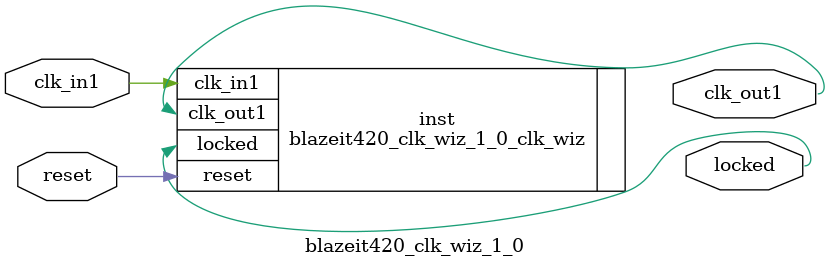
<source format=v>


`timescale 1ps/1ps

(* CORE_GENERATION_INFO = "blazeit420_clk_wiz_1_0,clk_wiz_v6_0_11_0_0,{component_name=blazeit420_clk_wiz_1_0,use_phase_alignment=true,use_min_o_jitter=false,use_max_i_jitter=false,use_dyn_phase_shift=false,use_inclk_switchover=false,use_dyn_reconfig=false,enable_axi=0,feedback_source=FDBK_AUTO,PRIMITIVE=MMCM,num_out_clk=1,clkin1_period=10.000,clkin2_period=10.000,use_power_down=false,use_reset=true,use_locked=true,use_inclk_stopped=false,feedback_type=SINGLE,CLOCK_MGR_TYPE=NA,manual_override=false}" *)

module blazeit420_clk_wiz_1_0 
 (
  // Clock out ports
  output        clk_out1,
  // Status and control signals
  input         reset,
  output        locked,
 // Clock in ports
  input         clk_in1
 );

  blazeit420_clk_wiz_1_0_clk_wiz inst
  (
  // Clock out ports  
  .clk_out1(clk_out1),
  // Status and control signals               
  .reset(reset), 
  .locked(locked),
 // Clock in ports
  .clk_in1(clk_in1)
  );

endmodule

</source>
